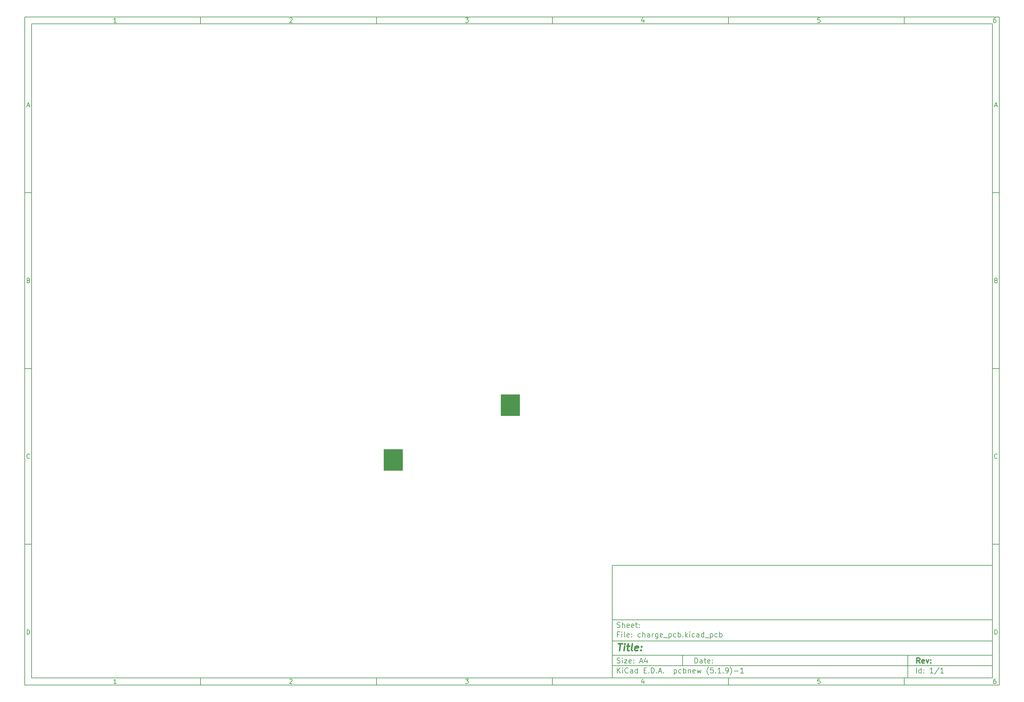
<source format=gbr>
%TF.GenerationSoftware,KiCad,Pcbnew,(5.1.9)-1*%
%TF.CreationDate,2021-04-13T21:26:07+02:00*%
%TF.ProjectId,charge_pcb,63686172-6765-45f7-9063-622e6b696361,rev?*%
%TF.SameCoordinates,Original*%
%TF.FileFunction,Paste,Top*%
%TF.FilePolarity,Positive*%
%FSLAX46Y46*%
G04 Gerber Fmt 4.6, Leading zero omitted, Abs format (unit mm)*
G04 Created by KiCad (PCBNEW (5.1.9)-1) date 2021-04-13 21:26:07*
%MOMM*%
%LPD*%
G01*
G04 APERTURE LIST*
%ADD10C,0.100000*%
%ADD11C,0.150000*%
%ADD12C,0.300000*%
%ADD13C,0.400000*%
%ADD14R,5.500000X6.200000*%
G04 APERTURE END LIST*
D10*
D11*
X177002200Y-166007200D02*
X177002200Y-198007200D01*
X285002200Y-198007200D01*
X285002200Y-166007200D01*
X177002200Y-166007200D01*
D10*
D11*
X10000000Y-10000000D02*
X10000000Y-200007200D01*
X287002200Y-200007200D01*
X287002200Y-10000000D01*
X10000000Y-10000000D01*
D10*
D11*
X12000000Y-12000000D02*
X12000000Y-198007200D01*
X285002200Y-198007200D01*
X285002200Y-12000000D01*
X12000000Y-12000000D01*
D10*
D11*
X60000000Y-12000000D02*
X60000000Y-10000000D01*
D10*
D11*
X110000000Y-12000000D02*
X110000000Y-10000000D01*
D10*
D11*
X160000000Y-12000000D02*
X160000000Y-10000000D01*
D10*
D11*
X210000000Y-12000000D02*
X210000000Y-10000000D01*
D10*
D11*
X260000000Y-12000000D02*
X260000000Y-10000000D01*
D10*
D11*
X36065476Y-11588095D02*
X35322619Y-11588095D01*
X35694047Y-11588095D02*
X35694047Y-10288095D01*
X35570238Y-10473809D01*
X35446428Y-10597619D01*
X35322619Y-10659523D01*
D10*
D11*
X85322619Y-10411904D02*
X85384523Y-10350000D01*
X85508333Y-10288095D01*
X85817857Y-10288095D01*
X85941666Y-10350000D01*
X86003571Y-10411904D01*
X86065476Y-10535714D01*
X86065476Y-10659523D01*
X86003571Y-10845238D01*
X85260714Y-11588095D01*
X86065476Y-11588095D01*
D10*
D11*
X135260714Y-10288095D02*
X136065476Y-10288095D01*
X135632142Y-10783333D01*
X135817857Y-10783333D01*
X135941666Y-10845238D01*
X136003571Y-10907142D01*
X136065476Y-11030952D01*
X136065476Y-11340476D01*
X136003571Y-11464285D01*
X135941666Y-11526190D01*
X135817857Y-11588095D01*
X135446428Y-11588095D01*
X135322619Y-11526190D01*
X135260714Y-11464285D01*
D10*
D11*
X185941666Y-10721428D02*
X185941666Y-11588095D01*
X185632142Y-10226190D02*
X185322619Y-11154761D01*
X186127380Y-11154761D01*
D10*
D11*
X236003571Y-10288095D02*
X235384523Y-10288095D01*
X235322619Y-10907142D01*
X235384523Y-10845238D01*
X235508333Y-10783333D01*
X235817857Y-10783333D01*
X235941666Y-10845238D01*
X236003571Y-10907142D01*
X236065476Y-11030952D01*
X236065476Y-11340476D01*
X236003571Y-11464285D01*
X235941666Y-11526190D01*
X235817857Y-11588095D01*
X235508333Y-11588095D01*
X235384523Y-11526190D01*
X235322619Y-11464285D01*
D10*
D11*
X285941666Y-10288095D02*
X285694047Y-10288095D01*
X285570238Y-10350000D01*
X285508333Y-10411904D01*
X285384523Y-10597619D01*
X285322619Y-10845238D01*
X285322619Y-11340476D01*
X285384523Y-11464285D01*
X285446428Y-11526190D01*
X285570238Y-11588095D01*
X285817857Y-11588095D01*
X285941666Y-11526190D01*
X286003571Y-11464285D01*
X286065476Y-11340476D01*
X286065476Y-11030952D01*
X286003571Y-10907142D01*
X285941666Y-10845238D01*
X285817857Y-10783333D01*
X285570238Y-10783333D01*
X285446428Y-10845238D01*
X285384523Y-10907142D01*
X285322619Y-11030952D01*
D10*
D11*
X60000000Y-198007200D02*
X60000000Y-200007200D01*
D10*
D11*
X110000000Y-198007200D02*
X110000000Y-200007200D01*
D10*
D11*
X160000000Y-198007200D02*
X160000000Y-200007200D01*
D10*
D11*
X210000000Y-198007200D02*
X210000000Y-200007200D01*
D10*
D11*
X260000000Y-198007200D02*
X260000000Y-200007200D01*
D10*
D11*
X36065476Y-199595295D02*
X35322619Y-199595295D01*
X35694047Y-199595295D02*
X35694047Y-198295295D01*
X35570238Y-198481009D01*
X35446428Y-198604819D01*
X35322619Y-198666723D01*
D10*
D11*
X85322619Y-198419104D02*
X85384523Y-198357200D01*
X85508333Y-198295295D01*
X85817857Y-198295295D01*
X85941666Y-198357200D01*
X86003571Y-198419104D01*
X86065476Y-198542914D01*
X86065476Y-198666723D01*
X86003571Y-198852438D01*
X85260714Y-199595295D01*
X86065476Y-199595295D01*
D10*
D11*
X135260714Y-198295295D02*
X136065476Y-198295295D01*
X135632142Y-198790533D01*
X135817857Y-198790533D01*
X135941666Y-198852438D01*
X136003571Y-198914342D01*
X136065476Y-199038152D01*
X136065476Y-199347676D01*
X136003571Y-199471485D01*
X135941666Y-199533390D01*
X135817857Y-199595295D01*
X135446428Y-199595295D01*
X135322619Y-199533390D01*
X135260714Y-199471485D01*
D10*
D11*
X185941666Y-198728628D02*
X185941666Y-199595295D01*
X185632142Y-198233390D02*
X185322619Y-199161961D01*
X186127380Y-199161961D01*
D10*
D11*
X236003571Y-198295295D02*
X235384523Y-198295295D01*
X235322619Y-198914342D01*
X235384523Y-198852438D01*
X235508333Y-198790533D01*
X235817857Y-198790533D01*
X235941666Y-198852438D01*
X236003571Y-198914342D01*
X236065476Y-199038152D01*
X236065476Y-199347676D01*
X236003571Y-199471485D01*
X235941666Y-199533390D01*
X235817857Y-199595295D01*
X235508333Y-199595295D01*
X235384523Y-199533390D01*
X235322619Y-199471485D01*
D10*
D11*
X285941666Y-198295295D02*
X285694047Y-198295295D01*
X285570238Y-198357200D01*
X285508333Y-198419104D01*
X285384523Y-198604819D01*
X285322619Y-198852438D01*
X285322619Y-199347676D01*
X285384523Y-199471485D01*
X285446428Y-199533390D01*
X285570238Y-199595295D01*
X285817857Y-199595295D01*
X285941666Y-199533390D01*
X286003571Y-199471485D01*
X286065476Y-199347676D01*
X286065476Y-199038152D01*
X286003571Y-198914342D01*
X285941666Y-198852438D01*
X285817857Y-198790533D01*
X285570238Y-198790533D01*
X285446428Y-198852438D01*
X285384523Y-198914342D01*
X285322619Y-199038152D01*
D10*
D11*
X10000000Y-60000000D02*
X12000000Y-60000000D01*
D10*
D11*
X10000000Y-110000000D02*
X12000000Y-110000000D01*
D10*
D11*
X10000000Y-160000000D02*
X12000000Y-160000000D01*
D10*
D11*
X10690476Y-35216666D02*
X11309523Y-35216666D01*
X10566666Y-35588095D02*
X11000000Y-34288095D01*
X11433333Y-35588095D01*
D10*
D11*
X11092857Y-84907142D02*
X11278571Y-84969047D01*
X11340476Y-85030952D01*
X11402380Y-85154761D01*
X11402380Y-85340476D01*
X11340476Y-85464285D01*
X11278571Y-85526190D01*
X11154761Y-85588095D01*
X10659523Y-85588095D01*
X10659523Y-84288095D01*
X11092857Y-84288095D01*
X11216666Y-84350000D01*
X11278571Y-84411904D01*
X11340476Y-84535714D01*
X11340476Y-84659523D01*
X11278571Y-84783333D01*
X11216666Y-84845238D01*
X11092857Y-84907142D01*
X10659523Y-84907142D01*
D10*
D11*
X11402380Y-135464285D02*
X11340476Y-135526190D01*
X11154761Y-135588095D01*
X11030952Y-135588095D01*
X10845238Y-135526190D01*
X10721428Y-135402380D01*
X10659523Y-135278571D01*
X10597619Y-135030952D01*
X10597619Y-134845238D01*
X10659523Y-134597619D01*
X10721428Y-134473809D01*
X10845238Y-134350000D01*
X11030952Y-134288095D01*
X11154761Y-134288095D01*
X11340476Y-134350000D01*
X11402380Y-134411904D01*
D10*
D11*
X10659523Y-185588095D02*
X10659523Y-184288095D01*
X10969047Y-184288095D01*
X11154761Y-184350000D01*
X11278571Y-184473809D01*
X11340476Y-184597619D01*
X11402380Y-184845238D01*
X11402380Y-185030952D01*
X11340476Y-185278571D01*
X11278571Y-185402380D01*
X11154761Y-185526190D01*
X10969047Y-185588095D01*
X10659523Y-185588095D01*
D10*
D11*
X287002200Y-60000000D02*
X285002200Y-60000000D01*
D10*
D11*
X287002200Y-110000000D02*
X285002200Y-110000000D01*
D10*
D11*
X287002200Y-160000000D02*
X285002200Y-160000000D01*
D10*
D11*
X285692676Y-35216666D02*
X286311723Y-35216666D01*
X285568866Y-35588095D02*
X286002200Y-34288095D01*
X286435533Y-35588095D01*
D10*
D11*
X286095057Y-84907142D02*
X286280771Y-84969047D01*
X286342676Y-85030952D01*
X286404580Y-85154761D01*
X286404580Y-85340476D01*
X286342676Y-85464285D01*
X286280771Y-85526190D01*
X286156961Y-85588095D01*
X285661723Y-85588095D01*
X285661723Y-84288095D01*
X286095057Y-84288095D01*
X286218866Y-84350000D01*
X286280771Y-84411904D01*
X286342676Y-84535714D01*
X286342676Y-84659523D01*
X286280771Y-84783333D01*
X286218866Y-84845238D01*
X286095057Y-84907142D01*
X285661723Y-84907142D01*
D10*
D11*
X286404580Y-135464285D02*
X286342676Y-135526190D01*
X286156961Y-135588095D01*
X286033152Y-135588095D01*
X285847438Y-135526190D01*
X285723628Y-135402380D01*
X285661723Y-135278571D01*
X285599819Y-135030952D01*
X285599819Y-134845238D01*
X285661723Y-134597619D01*
X285723628Y-134473809D01*
X285847438Y-134350000D01*
X286033152Y-134288095D01*
X286156961Y-134288095D01*
X286342676Y-134350000D01*
X286404580Y-134411904D01*
D10*
D11*
X285661723Y-185588095D02*
X285661723Y-184288095D01*
X285971247Y-184288095D01*
X286156961Y-184350000D01*
X286280771Y-184473809D01*
X286342676Y-184597619D01*
X286404580Y-184845238D01*
X286404580Y-185030952D01*
X286342676Y-185278571D01*
X286280771Y-185402380D01*
X286156961Y-185526190D01*
X285971247Y-185588095D01*
X285661723Y-185588095D01*
D10*
D11*
X200434342Y-193785771D02*
X200434342Y-192285771D01*
X200791485Y-192285771D01*
X201005771Y-192357200D01*
X201148628Y-192500057D01*
X201220057Y-192642914D01*
X201291485Y-192928628D01*
X201291485Y-193142914D01*
X201220057Y-193428628D01*
X201148628Y-193571485D01*
X201005771Y-193714342D01*
X200791485Y-193785771D01*
X200434342Y-193785771D01*
X202577200Y-193785771D02*
X202577200Y-193000057D01*
X202505771Y-192857200D01*
X202362914Y-192785771D01*
X202077200Y-192785771D01*
X201934342Y-192857200D01*
X202577200Y-193714342D02*
X202434342Y-193785771D01*
X202077200Y-193785771D01*
X201934342Y-193714342D01*
X201862914Y-193571485D01*
X201862914Y-193428628D01*
X201934342Y-193285771D01*
X202077200Y-193214342D01*
X202434342Y-193214342D01*
X202577200Y-193142914D01*
X203077200Y-192785771D02*
X203648628Y-192785771D01*
X203291485Y-192285771D02*
X203291485Y-193571485D01*
X203362914Y-193714342D01*
X203505771Y-193785771D01*
X203648628Y-193785771D01*
X204720057Y-193714342D02*
X204577200Y-193785771D01*
X204291485Y-193785771D01*
X204148628Y-193714342D01*
X204077200Y-193571485D01*
X204077200Y-193000057D01*
X204148628Y-192857200D01*
X204291485Y-192785771D01*
X204577200Y-192785771D01*
X204720057Y-192857200D01*
X204791485Y-193000057D01*
X204791485Y-193142914D01*
X204077200Y-193285771D01*
X205434342Y-193642914D02*
X205505771Y-193714342D01*
X205434342Y-193785771D01*
X205362914Y-193714342D01*
X205434342Y-193642914D01*
X205434342Y-193785771D01*
X205434342Y-192857200D02*
X205505771Y-192928628D01*
X205434342Y-193000057D01*
X205362914Y-192928628D01*
X205434342Y-192857200D01*
X205434342Y-193000057D01*
D10*
D11*
X177002200Y-194507200D02*
X285002200Y-194507200D01*
D10*
D11*
X178434342Y-196585771D02*
X178434342Y-195085771D01*
X179291485Y-196585771D02*
X178648628Y-195728628D01*
X179291485Y-195085771D02*
X178434342Y-195942914D01*
X179934342Y-196585771D02*
X179934342Y-195585771D01*
X179934342Y-195085771D02*
X179862914Y-195157200D01*
X179934342Y-195228628D01*
X180005771Y-195157200D01*
X179934342Y-195085771D01*
X179934342Y-195228628D01*
X181505771Y-196442914D02*
X181434342Y-196514342D01*
X181220057Y-196585771D01*
X181077200Y-196585771D01*
X180862914Y-196514342D01*
X180720057Y-196371485D01*
X180648628Y-196228628D01*
X180577200Y-195942914D01*
X180577200Y-195728628D01*
X180648628Y-195442914D01*
X180720057Y-195300057D01*
X180862914Y-195157200D01*
X181077200Y-195085771D01*
X181220057Y-195085771D01*
X181434342Y-195157200D01*
X181505771Y-195228628D01*
X182791485Y-196585771D02*
X182791485Y-195800057D01*
X182720057Y-195657200D01*
X182577200Y-195585771D01*
X182291485Y-195585771D01*
X182148628Y-195657200D01*
X182791485Y-196514342D02*
X182648628Y-196585771D01*
X182291485Y-196585771D01*
X182148628Y-196514342D01*
X182077200Y-196371485D01*
X182077200Y-196228628D01*
X182148628Y-196085771D01*
X182291485Y-196014342D01*
X182648628Y-196014342D01*
X182791485Y-195942914D01*
X184148628Y-196585771D02*
X184148628Y-195085771D01*
X184148628Y-196514342D02*
X184005771Y-196585771D01*
X183720057Y-196585771D01*
X183577200Y-196514342D01*
X183505771Y-196442914D01*
X183434342Y-196300057D01*
X183434342Y-195871485D01*
X183505771Y-195728628D01*
X183577200Y-195657200D01*
X183720057Y-195585771D01*
X184005771Y-195585771D01*
X184148628Y-195657200D01*
X186005771Y-195800057D02*
X186505771Y-195800057D01*
X186720057Y-196585771D02*
X186005771Y-196585771D01*
X186005771Y-195085771D01*
X186720057Y-195085771D01*
X187362914Y-196442914D02*
X187434342Y-196514342D01*
X187362914Y-196585771D01*
X187291485Y-196514342D01*
X187362914Y-196442914D01*
X187362914Y-196585771D01*
X188077200Y-196585771D02*
X188077200Y-195085771D01*
X188434342Y-195085771D01*
X188648628Y-195157200D01*
X188791485Y-195300057D01*
X188862914Y-195442914D01*
X188934342Y-195728628D01*
X188934342Y-195942914D01*
X188862914Y-196228628D01*
X188791485Y-196371485D01*
X188648628Y-196514342D01*
X188434342Y-196585771D01*
X188077200Y-196585771D01*
X189577200Y-196442914D02*
X189648628Y-196514342D01*
X189577200Y-196585771D01*
X189505771Y-196514342D01*
X189577200Y-196442914D01*
X189577200Y-196585771D01*
X190220057Y-196157200D02*
X190934342Y-196157200D01*
X190077200Y-196585771D02*
X190577200Y-195085771D01*
X191077200Y-196585771D01*
X191577200Y-196442914D02*
X191648628Y-196514342D01*
X191577200Y-196585771D01*
X191505771Y-196514342D01*
X191577200Y-196442914D01*
X191577200Y-196585771D01*
X194577200Y-195585771D02*
X194577200Y-197085771D01*
X194577200Y-195657200D02*
X194720057Y-195585771D01*
X195005771Y-195585771D01*
X195148628Y-195657200D01*
X195220057Y-195728628D01*
X195291485Y-195871485D01*
X195291485Y-196300057D01*
X195220057Y-196442914D01*
X195148628Y-196514342D01*
X195005771Y-196585771D01*
X194720057Y-196585771D01*
X194577200Y-196514342D01*
X196577200Y-196514342D02*
X196434342Y-196585771D01*
X196148628Y-196585771D01*
X196005771Y-196514342D01*
X195934342Y-196442914D01*
X195862914Y-196300057D01*
X195862914Y-195871485D01*
X195934342Y-195728628D01*
X196005771Y-195657200D01*
X196148628Y-195585771D01*
X196434342Y-195585771D01*
X196577200Y-195657200D01*
X197220057Y-196585771D02*
X197220057Y-195085771D01*
X197220057Y-195657200D02*
X197362914Y-195585771D01*
X197648628Y-195585771D01*
X197791485Y-195657200D01*
X197862914Y-195728628D01*
X197934342Y-195871485D01*
X197934342Y-196300057D01*
X197862914Y-196442914D01*
X197791485Y-196514342D01*
X197648628Y-196585771D01*
X197362914Y-196585771D01*
X197220057Y-196514342D01*
X198577200Y-195585771D02*
X198577200Y-196585771D01*
X198577200Y-195728628D02*
X198648628Y-195657200D01*
X198791485Y-195585771D01*
X199005771Y-195585771D01*
X199148628Y-195657200D01*
X199220057Y-195800057D01*
X199220057Y-196585771D01*
X200505771Y-196514342D02*
X200362914Y-196585771D01*
X200077200Y-196585771D01*
X199934342Y-196514342D01*
X199862914Y-196371485D01*
X199862914Y-195800057D01*
X199934342Y-195657200D01*
X200077200Y-195585771D01*
X200362914Y-195585771D01*
X200505771Y-195657200D01*
X200577200Y-195800057D01*
X200577200Y-195942914D01*
X199862914Y-196085771D01*
X201077200Y-195585771D02*
X201362914Y-196585771D01*
X201648628Y-195871485D01*
X201934342Y-196585771D01*
X202220057Y-195585771D01*
X204362914Y-197157200D02*
X204291485Y-197085771D01*
X204148628Y-196871485D01*
X204077200Y-196728628D01*
X204005771Y-196514342D01*
X203934342Y-196157200D01*
X203934342Y-195871485D01*
X204005771Y-195514342D01*
X204077200Y-195300057D01*
X204148628Y-195157200D01*
X204291485Y-194942914D01*
X204362914Y-194871485D01*
X205648628Y-195085771D02*
X204934342Y-195085771D01*
X204862914Y-195800057D01*
X204934342Y-195728628D01*
X205077200Y-195657200D01*
X205434342Y-195657200D01*
X205577200Y-195728628D01*
X205648628Y-195800057D01*
X205720057Y-195942914D01*
X205720057Y-196300057D01*
X205648628Y-196442914D01*
X205577200Y-196514342D01*
X205434342Y-196585771D01*
X205077200Y-196585771D01*
X204934342Y-196514342D01*
X204862914Y-196442914D01*
X206362914Y-196442914D02*
X206434342Y-196514342D01*
X206362914Y-196585771D01*
X206291485Y-196514342D01*
X206362914Y-196442914D01*
X206362914Y-196585771D01*
X207862914Y-196585771D02*
X207005771Y-196585771D01*
X207434342Y-196585771D02*
X207434342Y-195085771D01*
X207291485Y-195300057D01*
X207148628Y-195442914D01*
X207005771Y-195514342D01*
X208505771Y-196442914D02*
X208577200Y-196514342D01*
X208505771Y-196585771D01*
X208434342Y-196514342D01*
X208505771Y-196442914D01*
X208505771Y-196585771D01*
X209291485Y-196585771D02*
X209577200Y-196585771D01*
X209720057Y-196514342D01*
X209791485Y-196442914D01*
X209934342Y-196228628D01*
X210005771Y-195942914D01*
X210005771Y-195371485D01*
X209934342Y-195228628D01*
X209862914Y-195157200D01*
X209720057Y-195085771D01*
X209434342Y-195085771D01*
X209291485Y-195157200D01*
X209220057Y-195228628D01*
X209148628Y-195371485D01*
X209148628Y-195728628D01*
X209220057Y-195871485D01*
X209291485Y-195942914D01*
X209434342Y-196014342D01*
X209720057Y-196014342D01*
X209862914Y-195942914D01*
X209934342Y-195871485D01*
X210005771Y-195728628D01*
X210505771Y-197157200D02*
X210577200Y-197085771D01*
X210720057Y-196871485D01*
X210791485Y-196728628D01*
X210862914Y-196514342D01*
X210934342Y-196157200D01*
X210934342Y-195871485D01*
X210862914Y-195514342D01*
X210791485Y-195300057D01*
X210720057Y-195157200D01*
X210577200Y-194942914D01*
X210505771Y-194871485D01*
X211648628Y-196014342D02*
X212791485Y-196014342D01*
X214291485Y-196585771D02*
X213434342Y-196585771D01*
X213862914Y-196585771D02*
X213862914Y-195085771D01*
X213720057Y-195300057D01*
X213577200Y-195442914D01*
X213434342Y-195514342D01*
D10*
D11*
X177002200Y-191507200D02*
X285002200Y-191507200D01*
D10*
D12*
X264411485Y-193785771D02*
X263911485Y-193071485D01*
X263554342Y-193785771D02*
X263554342Y-192285771D01*
X264125771Y-192285771D01*
X264268628Y-192357200D01*
X264340057Y-192428628D01*
X264411485Y-192571485D01*
X264411485Y-192785771D01*
X264340057Y-192928628D01*
X264268628Y-193000057D01*
X264125771Y-193071485D01*
X263554342Y-193071485D01*
X265625771Y-193714342D02*
X265482914Y-193785771D01*
X265197200Y-193785771D01*
X265054342Y-193714342D01*
X264982914Y-193571485D01*
X264982914Y-193000057D01*
X265054342Y-192857200D01*
X265197200Y-192785771D01*
X265482914Y-192785771D01*
X265625771Y-192857200D01*
X265697200Y-193000057D01*
X265697200Y-193142914D01*
X264982914Y-193285771D01*
X266197200Y-192785771D02*
X266554342Y-193785771D01*
X266911485Y-192785771D01*
X267482914Y-193642914D02*
X267554342Y-193714342D01*
X267482914Y-193785771D01*
X267411485Y-193714342D01*
X267482914Y-193642914D01*
X267482914Y-193785771D01*
X267482914Y-192857200D02*
X267554342Y-192928628D01*
X267482914Y-193000057D01*
X267411485Y-192928628D01*
X267482914Y-192857200D01*
X267482914Y-193000057D01*
D10*
D11*
X178362914Y-193714342D02*
X178577200Y-193785771D01*
X178934342Y-193785771D01*
X179077200Y-193714342D01*
X179148628Y-193642914D01*
X179220057Y-193500057D01*
X179220057Y-193357200D01*
X179148628Y-193214342D01*
X179077200Y-193142914D01*
X178934342Y-193071485D01*
X178648628Y-193000057D01*
X178505771Y-192928628D01*
X178434342Y-192857200D01*
X178362914Y-192714342D01*
X178362914Y-192571485D01*
X178434342Y-192428628D01*
X178505771Y-192357200D01*
X178648628Y-192285771D01*
X179005771Y-192285771D01*
X179220057Y-192357200D01*
X179862914Y-193785771D02*
X179862914Y-192785771D01*
X179862914Y-192285771D02*
X179791485Y-192357200D01*
X179862914Y-192428628D01*
X179934342Y-192357200D01*
X179862914Y-192285771D01*
X179862914Y-192428628D01*
X180434342Y-192785771D02*
X181220057Y-192785771D01*
X180434342Y-193785771D01*
X181220057Y-193785771D01*
X182362914Y-193714342D02*
X182220057Y-193785771D01*
X181934342Y-193785771D01*
X181791485Y-193714342D01*
X181720057Y-193571485D01*
X181720057Y-193000057D01*
X181791485Y-192857200D01*
X181934342Y-192785771D01*
X182220057Y-192785771D01*
X182362914Y-192857200D01*
X182434342Y-193000057D01*
X182434342Y-193142914D01*
X181720057Y-193285771D01*
X183077200Y-193642914D02*
X183148628Y-193714342D01*
X183077200Y-193785771D01*
X183005771Y-193714342D01*
X183077200Y-193642914D01*
X183077200Y-193785771D01*
X183077200Y-192857200D02*
X183148628Y-192928628D01*
X183077200Y-193000057D01*
X183005771Y-192928628D01*
X183077200Y-192857200D01*
X183077200Y-193000057D01*
X184862914Y-193357200D02*
X185577200Y-193357200D01*
X184720057Y-193785771D02*
X185220057Y-192285771D01*
X185720057Y-193785771D01*
X186862914Y-192785771D02*
X186862914Y-193785771D01*
X186505771Y-192214342D02*
X186148628Y-193285771D01*
X187077200Y-193285771D01*
D10*
D11*
X263434342Y-196585771D02*
X263434342Y-195085771D01*
X264791485Y-196585771D02*
X264791485Y-195085771D01*
X264791485Y-196514342D02*
X264648628Y-196585771D01*
X264362914Y-196585771D01*
X264220057Y-196514342D01*
X264148628Y-196442914D01*
X264077200Y-196300057D01*
X264077200Y-195871485D01*
X264148628Y-195728628D01*
X264220057Y-195657200D01*
X264362914Y-195585771D01*
X264648628Y-195585771D01*
X264791485Y-195657200D01*
X265505771Y-196442914D02*
X265577200Y-196514342D01*
X265505771Y-196585771D01*
X265434342Y-196514342D01*
X265505771Y-196442914D01*
X265505771Y-196585771D01*
X265505771Y-195657200D02*
X265577200Y-195728628D01*
X265505771Y-195800057D01*
X265434342Y-195728628D01*
X265505771Y-195657200D01*
X265505771Y-195800057D01*
X268148628Y-196585771D02*
X267291485Y-196585771D01*
X267720057Y-196585771D02*
X267720057Y-195085771D01*
X267577200Y-195300057D01*
X267434342Y-195442914D01*
X267291485Y-195514342D01*
X269862914Y-195014342D02*
X268577200Y-196942914D01*
X271148628Y-196585771D02*
X270291485Y-196585771D01*
X270720057Y-196585771D02*
X270720057Y-195085771D01*
X270577200Y-195300057D01*
X270434342Y-195442914D01*
X270291485Y-195514342D01*
D10*
D11*
X177002200Y-187507200D02*
X285002200Y-187507200D01*
D10*
D13*
X178714580Y-188211961D02*
X179857438Y-188211961D01*
X179036009Y-190211961D02*
X179286009Y-188211961D01*
X180274104Y-190211961D02*
X180440771Y-188878628D01*
X180524104Y-188211961D02*
X180416961Y-188307200D01*
X180500295Y-188402438D01*
X180607438Y-188307200D01*
X180524104Y-188211961D01*
X180500295Y-188402438D01*
X181107438Y-188878628D02*
X181869342Y-188878628D01*
X181476485Y-188211961D02*
X181262200Y-189926247D01*
X181333628Y-190116723D01*
X181512200Y-190211961D01*
X181702676Y-190211961D01*
X182655057Y-190211961D02*
X182476485Y-190116723D01*
X182405057Y-189926247D01*
X182619342Y-188211961D01*
X184190771Y-190116723D02*
X183988390Y-190211961D01*
X183607438Y-190211961D01*
X183428866Y-190116723D01*
X183357438Y-189926247D01*
X183452676Y-189164342D01*
X183571723Y-188973866D01*
X183774104Y-188878628D01*
X184155057Y-188878628D01*
X184333628Y-188973866D01*
X184405057Y-189164342D01*
X184381247Y-189354819D01*
X183405057Y-189545295D01*
X185155057Y-190021485D02*
X185238390Y-190116723D01*
X185131247Y-190211961D01*
X185047914Y-190116723D01*
X185155057Y-190021485D01*
X185131247Y-190211961D01*
X185286009Y-188973866D02*
X185369342Y-189069104D01*
X185262200Y-189164342D01*
X185178866Y-189069104D01*
X185286009Y-188973866D01*
X185262200Y-189164342D01*
D10*
D11*
X178934342Y-185600057D02*
X178434342Y-185600057D01*
X178434342Y-186385771D02*
X178434342Y-184885771D01*
X179148628Y-184885771D01*
X179720057Y-186385771D02*
X179720057Y-185385771D01*
X179720057Y-184885771D02*
X179648628Y-184957200D01*
X179720057Y-185028628D01*
X179791485Y-184957200D01*
X179720057Y-184885771D01*
X179720057Y-185028628D01*
X180648628Y-186385771D02*
X180505771Y-186314342D01*
X180434342Y-186171485D01*
X180434342Y-184885771D01*
X181791485Y-186314342D02*
X181648628Y-186385771D01*
X181362914Y-186385771D01*
X181220057Y-186314342D01*
X181148628Y-186171485D01*
X181148628Y-185600057D01*
X181220057Y-185457200D01*
X181362914Y-185385771D01*
X181648628Y-185385771D01*
X181791485Y-185457200D01*
X181862914Y-185600057D01*
X181862914Y-185742914D01*
X181148628Y-185885771D01*
X182505771Y-186242914D02*
X182577200Y-186314342D01*
X182505771Y-186385771D01*
X182434342Y-186314342D01*
X182505771Y-186242914D01*
X182505771Y-186385771D01*
X182505771Y-185457200D02*
X182577200Y-185528628D01*
X182505771Y-185600057D01*
X182434342Y-185528628D01*
X182505771Y-185457200D01*
X182505771Y-185600057D01*
X185005771Y-186314342D02*
X184862914Y-186385771D01*
X184577200Y-186385771D01*
X184434342Y-186314342D01*
X184362914Y-186242914D01*
X184291485Y-186100057D01*
X184291485Y-185671485D01*
X184362914Y-185528628D01*
X184434342Y-185457200D01*
X184577200Y-185385771D01*
X184862914Y-185385771D01*
X185005771Y-185457200D01*
X185648628Y-186385771D02*
X185648628Y-184885771D01*
X186291485Y-186385771D02*
X186291485Y-185600057D01*
X186220057Y-185457200D01*
X186077200Y-185385771D01*
X185862914Y-185385771D01*
X185720057Y-185457200D01*
X185648628Y-185528628D01*
X187648628Y-186385771D02*
X187648628Y-185600057D01*
X187577200Y-185457200D01*
X187434342Y-185385771D01*
X187148628Y-185385771D01*
X187005771Y-185457200D01*
X187648628Y-186314342D02*
X187505771Y-186385771D01*
X187148628Y-186385771D01*
X187005771Y-186314342D01*
X186934342Y-186171485D01*
X186934342Y-186028628D01*
X187005771Y-185885771D01*
X187148628Y-185814342D01*
X187505771Y-185814342D01*
X187648628Y-185742914D01*
X188362914Y-186385771D02*
X188362914Y-185385771D01*
X188362914Y-185671485D02*
X188434342Y-185528628D01*
X188505771Y-185457200D01*
X188648628Y-185385771D01*
X188791485Y-185385771D01*
X189934342Y-185385771D02*
X189934342Y-186600057D01*
X189862914Y-186742914D01*
X189791485Y-186814342D01*
X189648628Y-186885771D01*
X189434342Y-186885771D01*
X189291485Y-186814342D01*
X189934342Y-186314342D02*
X189791485Y-186385771D01*
X189505771Y-186385771D01*
X189362914Y-186314342D01*
X189291485Y-186242914D01*
X189220057Y-186100057D01*
X189220057Y-185671485D01*
X189291485Y-185528628D01*
X189362914Y-185457200D01*
X189505771Y-185385771D01*
X189791485Y-185385771D01*
X189934342Y-185457200D01*
X191220057Y-186314342D02*
X191077200Y-186385771D01*
X190791485Y-186385771D01*
X190648628Y-186314342D01*
X190577200Y-186171485D01*
X190577200Y-185600057D01*
X190648628Y-185457200D01*
X190791485Y-185385771D01*
X191077200Y-185385771D01*
X191220057Y-185457200D01*
X191291485Y-185600057D01*
X191291485Y-185742914D01*
X190577200Y-185885771D01*
X191577200Y-186528628D02*
X192720057Y-186528628D01*
X193077200Y-185385771D02*
X193077200Y-186885771D01*
X193077200Y-185457200D02*
X193220057Y-185385771D01*
X193505771Y-185385771D01*
X193648628Y-185457200D01*
X193720057Y-185528628D01*
X193791485Y-185671485D01*
X193791485Y-186100057D01*
X193720057Y-186242914D01*
X193648628Y-186314342D01*
X193505771Y-186385771D01*
X193220057Y-186385771D01*
X193077200Y-186314342D01*
X195077200Y-186314342D02*
X194934342Y-186385771D01*
X194648628Y-186385771D01*
X194505771Y-186314342D01*
X194434342Y-186242914D01*
X194362914Y-186100057D01*
X194362914Y-185671485D01*
X194434342Y-185528628D01*
X194505771Y-185457200D01*
X194648628Y-185385771D01*
X194934342Y-185385771D01*
X195077200Y-185457200D01*
X195720057Y-186385771D02*
X195720057Y-184885771D01*
X195720057Y-185457200D02*
X195862914Y-185385771D01*
X196148628Y-185385771D01*
X196291485Y-185457200D01*
X196362914Y-185528628D01*
X196434342Y-185671485D01*
X196434342Y-186100057D01*
X196362914Y-186242914D01*
X196291485Y-186314342D01*
X196148628Y-186385771D01*
X195862914Y-186385771D01*
X195720057Y-186314342D01*
X197077200Y-186242914D02*
X197148628Y-186314342D01*
X197077200Y-186385771D01*
X197005771Y-186314342D01*
X197077200Y-186242914D01*
X197077200Y-186385771D01*
X197791485Y-186385771D02*
X197791485Y-184885771D01*
X197934342Y-185814342D02*
X198362914Y-186385771D01*
X198362914Y-185385771D02*
X197791485Y-185957200D01*
X199005771Y-186385771D02*
X199005771Y-185385771D01*
X199005771Y-184885771D02*
X198934342Y-184957200D01*
X199005771Y-185028628D01*
X199077200Y-184957200D01*
X199005771Y-184885771D01*
X199005771Y-185028628D01*
X200362914Y-186314342D02*
X200220057Y-186385771D01*
X199934342Y-186385771D01*
X199791485Y-186314342D01*
X199720057Y-186242914D01*
X199648628Y-186100057D01*
X199648628Y-185671485D01*
X199720057Y-185528628D01*
X199791485Y-185457200D01*
X199934342Y-185385771D01*
X200220057Y-185385771D01*
X200362914Y-185457200D01*
X201648628Y-186385771D02*
X201648628Y-185600057D01*
X201577200Y-185457200D01*
X201434342Y-185385771D01*
X201148628Y-185385771D01*
X201005771Y-185457200D01*
X201648628Y-186314342D02*
X201505771Y-186385771D01*
X201148628Y-186385771D01*
X201005771Y-186314342D01*
X200934342Y-186171485D01*
X200934342Y-186028628D01*
X201005771Y-185885771D01*
X201148628Y-185814342D01*
X201505771Y-185814342D01*
X201648628Y-185742914D01*
X203005771Y-186385771D02*
X203005771Y-184885771D01*
X203005771Y-186314342D02*
X202862914Y-186385771D01*
X202577200Y-186385771D01*
X202434342Y-186314342D01*
X202362914Y-186242914D01*
X202291485Y-186100057D01*
X202291485Y-185671485D01*
X202362914Y-185528628D01*
X202434342Y-185457200D01*
X202577200Y-185385771D01*
X202862914Y-185385771D01*
X203005771Y-185457200D01*
X203362914Y-186528628D02*
X204505771Y-186528628D01*
X204862914Y-185385771D02*
X204862914Y-186885771D01*
X204862914Y-185457200D02*
X205005771Y-185385771D01*
X205291485Y-185385771D01*
X205434342Y-185457200D01*
X205505771Y-185528628D01*
X205577200Y-185671485D01*
X205577200Y-186100057D01*
X205505771Y-186242914D01*
X205434342Y-186314342D01*
X205291485Y-186385771D01*
X205005771Y-186385771D01*
X204862914Y-186314342D01*
X206862914Y-186314342D02*
X206720057Y-186385771D01*
X206434342Y-186385771D01*
X206291485Y-186314342D01*
X206220057Y-186242914D01*
X206148628Y-186100057D01*
X206148628Y-185671485D01*
X206220057Y-185528628D01*
X206291485Y-185457200D01*
X206434342Y-185385771D01*
X206720057Y-185385771D01*
X206862914Y-185457200D01*
X207505771Y-186385771D02*
X207505771Y-184885771D01*
X207505771Y-185457200D02*
X207648628Y-185385771D01*
X207934342Y-185385771D01*
X208077200Y-185457200D01*
X208148628Y-185528628D01*
X208220057Y-185671485D01*
X208220057Y-186100057D01*
X208148628Y-186242914D01*
X208077200Y-186314342D01*
X207934342Y-186385771D01*
X207648628Y-186385771D01*
X207505771Y-186314342D01*
D10*
D11*
X177002200Y-181507200D02*
X285002200Y-181507200D01*
D10*
D11*
X178362914Y-183614342D02*
X178577200Y-183685771D01*
X178934342Y-183685771D01*
X179077200Y-183614342D01*
X179148628Y-183542914D01*
X179220057Y-183400057D01*
X179220057Y-183257200D01*
X179148628Y-183114342D01*
X179077200Y-183042914D01*
X178934342Y-182971485D01*
X178648628Y-182900057D01*
X178505771Y-182828628D01*
X178434342Y-182757200D01*
X178362914Y-182614342D01*
X178362914Y-182471485D01*
X178434342Y-182328628D01*
X178505771Y-182257200D01*
X178648628Y-182185771D01*
X179005771Y-182185771D01*
X179220057Y-182257200D01*
X179862914Y-183685771D02*
X179862914Y-182185771D01*
X180505771Y-183685771D02*
X180505771Y-182900057D01*
X180434342Y-182757200D01*
X180291485Y-182685771D01*
X180077200Y-182685771D01*
X179934342Y-182757200D01*
X179862914Y-182828628D01*
X181791485Y-183614342D02*
X181648628Y-183685771D01*
X181362914Y-183685771D01*
X181220057Y-183614342D01*
X181148628Y-183471485D01*
X181148628Y-182900057D01*
X181220057Y-182757200D01*
X181362914Y-182685771D01*
X181648628Y-182685771D01*
X181791485Y-182757200D01*
X181862914Y-182900057D01*
X181862914Y-183042914D01*
X181148628Y-183185771D01*
X183077200Y-183614342D02*
X182934342Y-183685771D01*
X182648628Y-183685771D01*
X182505771Y-183614342D01*
X182434342Y-183471485D01*
X182434342Y-182900057D01*
X182505771Y-182757200D01*
X182648628Y-182685771D01*
X182934342Y-182685771D01*
X183077200Y-182757200D01*
X183148628Y-182900057D01*
X183148628Y-183042914D01*
X182434342Y-183185771D01*
X183577200Y-182685771D02*
X184148628Y-182685771D01*
X183791485Y-182185771D02*
X183791485Y-183471485D01*
X183862914Y-183614342D01*
X184005771Y-183685771D01*
X184148628Y-183685771D01*
X184648628Y-183542914D02*
X184720057Y-183614342D01*
X184648628Y-183685771D01*
X184577200Y-183614342D01*
X184648628Y-183542914D01*
X184648628Y-183685771D01*
X184648628Y-182757200D02*
X184720057Y-182828628D01*
X184648628Y-182900057D01*
X184577200Y-182828628D01*
X184648628Y-182757200D01*
X184648628Y-182900057D01*
D10*
D11*
X197002200Y-191507200D02*
X197002200Y-194507200D01*
D10*
D11*
X261002200Y-191507200D02*
X261002200Y-198007200D01*
D14*
%TO.C,Q4*%
X148046000Y-120446667D03*
%TD*%
%TO.C,Q2*%
X114734000Y-136033333D03*
%TD*%
M02*

</source>
